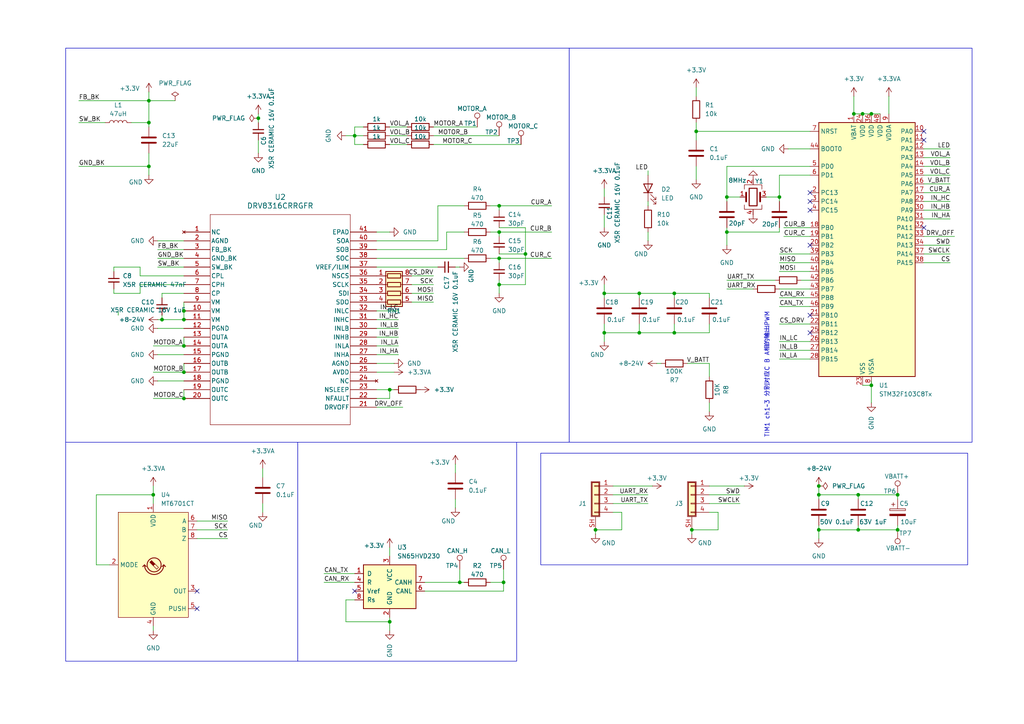
<source format=kicad_sch>
(kicad_sch (version 20231120) (generator "eeschema") (generator_version "8.0")
  (paper "A4")
  (title_block (title "F1OC -- A tiny STM32F1 based FOC controller") (date "2024-12-03") (rev "0.1"))
  (junction (at 237.49 140.97))
  (junction (at 144.78 59.69))
  (junction (at 113.03 113.03))
  (junction (at 185.42 85.09))
  (junction (at 260.35 153.67))
  (junction (at 43.18 29.21))
  (junction (at 248.92 143.51))
  (junction (at 113.03 180.34))
  (junction (at 53.34 90.17))
  (junction (at 175.26 85.09))
  (junction (at 260.35 143.51))
  (junction (at 210.82 57.15))
  (junction (at 210.82 67.31))
  (junction (at 53.34 115.57))
  (junction (at 247.65 33.02))
  (junction (at 152.4 73.66))
  (junction (at 102.87 39.37))
  (junction (at 43.18 35.56))
  (junction (at 252.73 33.02))
  (junction (at 237.49 153.67))
  (junction (at 237.49 143.51))
  (junction (at 146.05 168.91))
  (junction (at 144.78 82.55))
  (junction (at 185.42 96.52))
  (junction (at 250.19 33.02))
  (junction (at 53.34 107.95))
  (junction (at 46.99 92.71))
  (junction (at 144.78 74.93))
  (junction (at 175.26 96.52))
  (junction (at 226.06 57.15))
  (junction (at 172.72 153.67))
  (junction (at 144.78 67.31))
  (junction (at 252.73 111.76))
  (junction (at 53.34 92.71))
  (junction (at 74.93 34.29))
  (junction (at 44.45 143.51))
  (junction (at 200.66 153.67))
  (junction (at 195.58 96.52))
  (junction (at 43.18 48.26))
  (junction (at 195.58 85.09))
  (junction (at 248.92 153.67))
  (junction (at 133.35 168.91))
  (junction (at 201.93 38.1))
  (junction (at 53.34 100.33))
  (no_connect (at 234.95 55.88))
  (no_connect (at 234.95 58.42))
  (no_connect (at 267.97 40.64))
  (no_connect (at 234.95 91.44))
  (no_connect (at 267.97 66.04))
  (no_connect (at 57.15 171.45))
  (no_connect (at 234.95 71.12))
  (no_connect (at 267.97 38.1))
  (no_connect (at 234.95 96.52))
  (no_connect (at 102.87 171.45))
  (no_connect (at 57.15 176.53))
  (no_connect (at 234.95 60.96))
  (wire (pts (xy 201.93 38.1) (xy 234.95 38.1)))
  (wire (pts (xy 234.95 88.9) (xy 226.06 88.9)))
  (wire (pts (xy 46.99 85.09) (xy 53.34 85.09)))
  (wire (pts (xy 27.94 163.83) (xy 31.75 163.83)))
  (wire (pts (xy 195.58 85.09) (xy 195.58 86.36)))
  (wire (pts (xy 232.41 81.28) (xy 234.95 81.28)))
  (wire (pts (xy 45.72 77.47) (xy 53.34 77.47)))
  (wire (pts (xy 45.72 110.49) (xy 53.34 110.49)))
  (wire (pts (xy 267.97 60.96) (xy 275.59 60.96)))
  (wire (pts (xy 100.33 173.99) (xy 100.33 180.34)))
  (wire (pts (xy 144.78 66.04) (xy 152.4 66.04)))
  (wire (pts (xy 132.08 134.62) (xy 132.08 137.16)))
  (wire (pts (xy 43.18 26.67) (xy 43.18 29.21)))
  (wire (pts (xy 226.06 76.2) (xy 234.95 76.2)))
  (wire (pts (xy 109.22 77.47) (xy 127 77.47)))
  (wire (pts (xy 53.34 90.17) (xy 53.34 92.71)))
  (wire (pts (xy 234.95 68.58) (xy 227.33 68.58)))
  (wire (pts (xy 205.74 146.05) (xy 214.63 146.05)))
  (wire (pts (xy 53.34 82.55) (xy 40.64 82.55)))
  (wire (pts (xy 190.5 105.41) (xy 191.77 105.41)))
  (wire (pts (xy 201.93 48.26) (xy 201.93 52.07)))
  (wire (pts (xy 267.97 55.88) (xy 275.59 55.88)))
  (wire (pts (xy 146.05 168.91) (xy 146.05 171.45)))
  (wire (pts (xy 175.26 93.98) (xy 175.26 96.52)))
  (wire (pts (xy 237.49 143.51) (xy 237.49 144.78)))
  (wire (pts (xy 44.45 182.88) (xy 44.45 181.61)))
  (wire (pts (xy 175.26 54.61) (xy 175.26 57.15)))
  (wire (pts (xy 185.42 85.09) (xy 185.42 86.36)))
  (wire (pts (xy 175.26 99.06) (xy 175.26 96.52)))
  (wire (pts (xy 102.87 173.99) (xy 100.33 173.99)))
  (wire (pts (xy 109.22 95.25) (xy 115.57 95.25)))
  (wire (pts (xy 205.74 86.36) (xy 205.74 85.09)))
  (wire (pts (xy 74.93 34.29) (xy 74.93 35.56)))
  (wire (pts (xy 200.66 153.67) (xy 208.28 153.67)))
  (wire (pts (xy 200.66 153.67) (xy 200.66 154.94)))
  (wire (pts (xy 45.72 92.71) (xy 46.99 92.71)))
  (wire (pts (xy 144.78 74.93) (xy 144.78 76.2)))
  (wire (pts (xy 57.15 156.21) (xy 66.04 156.21)))
  (wire (pts (xy 152.4 82.55) (xy 144.78 82.55)))
  (wire (pts (xy 210.82 57.15) (xy 214.63 57.15)))
  (wire (pts (xy 195.58 93.98) (xy 195.58 96.52)))
  (wire (pts (xy 205.74 85.09) (xy 195.58 85.09)))
  (wire (pts (xy 144.78 67.31) (xy 144.78 68.58)))
  (wire (pts (xy 53.34 105.41) (xy 53.34 107.95)))
  (wire (pts (xy 45.72 69.85) (xy 53.34 69.85)))
  (wire (pts (xy 185.42 93.98) (xy 185.42 96.52)))
  (wire (pts (xy 177.8 148.59) (xy 180.34 148.59)))
  (wire (pts (xy 248.92 143.51) (xy 260.35 143.51)))
  (wire (pts (xy 237.49 143.51) (xy 248.92 143.51)))
  (wire (pts (xy 252.73 33.02) (xy 255.27 33.02)))
  (wire (pts (xy 146.05 165.1) (xy 146.05 168.91)))
  (wire (pts (xy 210.82 67.31) (xy 210.82 71.12)))
  (wire (pts (xy 118.11 39.37) (xy 113.03 39.37)))
  (wire (pts (xy 248.92 143.51) (xy 248.92 144.78)))
  (wire (pts (xy 109.22 115.57) (xy 113.03 115.57)))
  (wire (pts (xy 144.78 82.55) (xy 144.78 85.09)))
  (wire (pts (xy 102.87 168.91) (xy 93.98 168.91)))
  (wire (pts (xy 205.74 148.59) (xy 208.28 148.59)))
  (wire (pts (xy 109.22 92.71) (xy 115.57 92.71)))
  (wire (pts (xy 105.41 41.91) (xy 102.87 41.91)))
  (wire (pts (xy 76.2 146.05) (xy 76.2 148.59)))
  (wire (pts (xy 132.08 77.47) (xy 133.35 77.47)))
  (wire (pts (xy 113.03 180.34) (xy 113.03 182.88)))
  (wire (pts (xy 187.96 67.31) (xy 187.96 69.85)))
  (wire (pts (xy 132.08 144.78) (xy 132.08 147.32)))
  (wire (pts (xy 113.03 113.03) (xy 114.3 113.03)))
  (wire (pts (xy 234.95 48.26) (xy 210.82 48.26)))
  (wire (pts (xy 195.58 96.52) (xy 205.74 96.52)))
  (wire (pts (xy 34.29 90.17) (xy 34.29 91.44)))
  (wire (pts (xy 222.25 57.15) (xy 226.06 57.15)))
  (wire (pts (xy 125.73 39.37) (xy 144.78 39.37)))
  (wire (pts (xy 33.02 77.47) (xy 40.64 77.47)))
  (wire (pts (xy 226.06 78.74) (xy 234.95 78.74)))
  (wire (pts (xy 252.73 111.76) (xy 252.73 110.49)))
  (wire (pts (xy 127 69.85) (xy 127 59.69)))
  (wire (pts (xy 234.95 93.98) (xy 226.06 93.98)))
  (wire (pts (xy 205.74 140.97) (xy 215.9 140.97)))
  (wire (pts (xy 250.19 33.02) (xy 252.73 33.02)))
  (wire (pts (xy 267.97 58.42) (xy 275.59 58.42)))
  (wire (pts (xy 119.38 82.55) (xy 125.73 82.55)))
  (wire (pts (xy 40.64 77.47) (xy 40.64 80.01)))
  (wire (pts (xy 53.34 113.03) (xy 53.34 115.57)))
  (wire (pts (xy 133.35 165.1) (xy 133.35 168.91)))
  (wire (pts (xy 43.18 29.21) (xy 43.18 35.56)))
  (wire (pts (xy 226.06 57.15) (xy 226.06 58.42)))
  (wire (pts (xy 275.59 76.2) (xy 267.97 76.2)))
  (wire (pts (xy 175.26 85.09) (xy 175.26 86.36)))
  (wire (pts (xy 102.87 39.37) (xy 100.33 39.37)))
  (wire (pts (xy 44.45 115.57) (xy 53.34 115.57)))
  (wire (pts (xy 218.44 83.82) (xy 210.82 83.82)))
  (wire (pts (xy 74.93 40.64) (xy 74.93 44.45)))
  (wire (pts (xy 267.97 73.66) (xy 275.59 73.66)))
  (wire (pts (xy 172.72 153.67) (xy 172.72 154.94)))
  (wire (pts (xy 109.22 102.87) (xy 115.57 102.87)))
  (wire (pts (xy 22.86 29.21) (xy 43.18 29.21)))
  (wire (pts (xy 252.73 116.84) (xy 252.73 111.76)))
  (wire (pts (xy 260.35 143.51) (xy 260.35 144.78)))
  (wire (pts (xy 113.03 113.03) (xy 113.03 115.57)))
  (wire (pts (xy 119.38 87.63) (xy 125.73 87.63)))
  (wire (pts (xy 144.78 73.66) (xy 152.4 73.66)))
  (wire (pts (xy 44.45 107.95) (xy 53.34 107.95)))
  (wire (pts (xy 109.22 69.85) (xy 127 69.85)))
  (wire (pts (xy 226.06 83.82) (xy 234.95 83.82)))
  (wire (pts (xy 33.02 85.09) (xy 40.64 85.09)))
  (wire (pts (xy 172.72 153.67) (xy 180.34 153.67)))
  (wire (pts (xy 57.15 153.67) (xy 66.04 153.67)))
  (wire (pts (xy 123.19 171.45) (xy 146.05 171.45)))
  (wire (pts (xy 187.96 49.53) (xy 187.96 50.8)))
  (wire (pts (xy 226.06 99.06) (xy 234.95 99.06)))
  (wire (pts (xy 142.24 59.69) (xy 144.78 59.69)))
  (wire (pts (xy 177.8 146.05) (xy 187.96 146.05)))
  (wire (pts (xy 226.06 101.6) (xy 234.95 101.6)))
  (wire (pts (xy 187.96 58.42) (xy 187.96 59.69)))
  (wire (pts (xy 152.4 66.04) (xy 152.4 73.66)))
  (wire (pts (xy 175.26 62.23) (xy 175.26 66.04)))
  (wire (pts (xy 142.24 67.31) (xy 144.78 67.31)))
  (wire (pts (xy 45.72 95.25) (xy 53.34 95.25)))
  (wire (pts (xy 175.26 85.09) (xy 185.42 85.09)))
  (wire (pts (xy 76.2 135.89) (xy 76.2 138.43)))
  (wire (pts (xy 113.03 179.07) (xy 113.03 180.34)))
  (wire (pts (xy 234.95 66.04) (xy 227.33 66.04)))
  (wire (pts (xy 226.06 66.04) (xy 226.06 67.31)))
  (wire (pts (xy 118.11 36.83) (xy 113.03 36.83)))
  (wire (pts (xy 201.93 25.4) (xy 201.93 27.94)))
  (wire (pts (xy 205.74 116.84) (xy 205.74 119.38)))
  (wire (pts (xy 267.97 71.12) (xy 275.59 71.12)))
  (wire (pts (xy 50.8 29.21) (xy 43.18 29.21)))
  (wire (pts (xy 53.34 97.79) (xy 53.34 100.33)))
  (wire (pts (xy 210.82 67.31) (xy 226.06 67.31)))
  (wire (pts (xy 38.1 35.56) (xy 43.18 35.56)))
  (wire (pts (xy 109.22 100.33) (xy 115.57 100.33)))
  (wire (pts (xy 267.97 63.5) (xy 275.59 63.5)))
  (wire (pts (xy 43.18 35.56) (xy 43.18 36.83)))
  (wire (pts (xy 275.59 50.8) (xy 267.97 50.8)))
  (wire (pts (xy 210.82 48.26) (xy 210.82 57.15)))
  (wire (pts (xy 226.06 50.8) (xy 234.95 50.8)))
  (wire (pts (xy 248.92 153.67) (xy 260.35 153.67)))
  (wire (pts (xy 226.06 50.8) (xy 226.06 57.15)))
  (wire (pts (xy 109.22 90.17) (xy 115.57 90.17)))
  (wire (pts (xy 205.74 93.98) (xy 205.74 96.52)))
  (wire (pts (xy 129.54 67.31) (xy 134.62 67.31)))
  (wire (pts (xy 43.18 48.26) (xy 43.18 50.8)))
  (wire (pts (xy 133.35 168.91) (xy 134.62 168.91)))
  (wire (pts (xy 237.49 153.67) (xy 248.92 153.67)))
  (wire (pts (xy 125.73 36.83) (xy 138.43 36.83)))
  (wire (pts (xy 267.97 53.34) (xy 275.59 53.34)))
  (wire (pts (xy 208.28 148.59) (xy 208.28 153.67)))
  (wire (pts (xy 201.93 35.56) (xy 201.93 38.1)))
  (wire (pts (xy 180.34 148.59) (xy 180.34 153.67)))
  (wire (pts (xy 267.97 43.18) (xy 275.59 43.18)))
  (wire (pts (xy 250.19 111.76) (xy 252.73 111.76)))
  (wire (pts (xy 177.8 143.51) (xy 187.96 143.51)))
  (wire (pts (xy 226.06 104.14) (xy 234.95 104.14)))
  (wire (pts (xy 195.58 85.09) (xy 185.42 85.09)))
  (wire (pts (xy 109.22 107.95) (xy 114.3 107.95)))
  (wire (pts (xy 109.22 113.03) (xy 113.03 113.03)))
  (wire (pts (xy 210.82 66.04) (xy 210.82 67.31)))
  (wire (pts (xy 210.82 57.15) (xy 210.82 58.42)))
  (wire (pts (xy 237.49 140.97) (xy 237.49 143.51)))
  (wire (pts (xy 260.35 152.4) (xy 260.35 153.67)))
  (wire (pts (xy 234.95 86.36) (xy 226.06 86.36)))
  (wire (pts (xy 129.54 67.31) (xy 129.54 72.39)))
  (wire (pts (xy 27.94 143.51) (xy 44.45 143.51)))
  (wire (pts (xy 46.99 91.44) (xy 46.99 92.71)))
  (wire (pts (xy 105.41 39.37) (xy 102.87 39.37)))
  (wire (pts (xy 46.99 85.09) (xy 46.99 86.36)))
  (wire (pts (xy 74.93 33.02) (xy 74.93 34.29)))
  (wire (pts (xy 129.54 72.39) (xy 109.22 72.39)))
  (wire (pts (xy 275.59 48.26) (xy 267.97 48.26)))
  (wire (pts (xy 45.72 72.39) (xy 53.34 72.39)))
  (wire (pts (xy 57.15 151.13) (xy 66.04 151.13)))
  (wire (pts (xy 43.18 44.45) (xy 43.18 48.26)))
  (wire (pts (xy 46.99 92.71) (xy 53.34 92.71)))
  (wire (pts (xy 118.11 41.91) (xy 113.03 41.91)))
  (wire (pts (xy 144.78 67.31) (xy 160.02 67.31)))
  (wire (pts (xy 175.26 96.52) (xy 185.42 96.52)))
  (wire (pts (xy 237.49 153.67) (xy 237.49 156.21)))
  (wire (pts (xy 109.22 118.11) (xy 116.84 118.11)))
  (wire (pts (xy 142.24 74.93) (xy 144.78 74.93)))
  (wire (pts (xy 109.22 67.31) (xy 113.03 67.31)))
  (wire (pts (xy 44.45 140.97) (xy 44.45 143.51)))
  (wire (pts (xy 102.87 36.83) (xy 102.87 39.37)))
  (wire (pts (xy 177.8 140.97) (xy 189.23 140.97)))
  (wire (pts (xy 267.97 68.58) (xy 276.86 68.58)))
  (wire (pts (xy 102.87 166.37) (xy 93.98 166.37)))
  (wire (pts (xy 224.79 81.28) (xy 210.82 81.28)))
  (wire (pts (xy 22.86 48.26) (xy 43.18 48.26)))
  (wire (pts (xy 175.26 82.55) (xy 175.26 85.09)))
  (wire (pts (xy 45.72 74.93) (xy 53.34 74.93)))
  (wire (pts (xy 144.78 59.69) (xy 144.78 60.96)))
  (wire (pts (xy 33.02 77.47) (xy 33.02 78.74)))
  (wire (pts (xy 144.78 59.69) (xy 160.02 59.69)))
  (wire (pts (xy 257.81 27.94) (xy 257.81 33.02)))
  (wire (pts (xy 125.73 41.91) (xy 151.13 41.91)))
  (wire (pts (xy 247.65 33.02) (xy 250.19 33.02)))
  (wire (pts (xy 199.39 105.41) (xy 205.74 105.41)))
  (wire (pts (xy 228.6 43.18) (xy 234.95 43.18)))
  (wire (pts (xy 44.45 143.51) (xy 44.45 146.05)))
  (wire (pts (xy 40.64 80.01) (xy 53.34 80.01)))
  (wire (pts (xy 205.74 143.51) (xy 214.63 143.51)))
  (wire (pts (xy 152.4 73.66) (xy 152.4 82.55)))
  (wire (pts (xy 100.33 180.34) (xy 113.03 180.34)))
  (wire (pts (xy 53.34 87.63) (xy 53.34 90.17)))
  (wire (pts (xy 201.93 38.1) (xy 201.93 40.64)))
  (wire (pts (xy 144.78 82.55) (xy 144.78 81.28)))
  (wire (pts (xy 144.78 74.93) (xy 160.02 74.93)))
  (wire (pts (xy 105.41 36.83) (xy 102.87 36.83)))
  (wire (pts (xy 114.3 105.41) (xy 109.22 105.41)))
  (wire (pts (xy 33.02 83.82) (xy 33.02 85.09)))
  (wire (pts (xy 142.24 168.91) (xy 146.05 168.91)))
  (wire (pts (xy 267.97 45.72) (xy 275.59 45.72)))
  (wire (pts (xy 109.22 74.93) (xy 134.62 74.93)))
  (wire (pts (xy 127 59.69) (xy 134.62 59.69)))
  (wire (pts (xy 119.38 80.01) (xy 125.73 80.01)))
  (wire (pts (xy 119.38 85.09) (xy 125.73 85.09)))
  (wire (pts (xy 237.49 152.4) (xy 237.49 153.67)))
  (wire (pts (xy 22.86 35.56) (xy 30.48 35.56)))
  (wire (pts (xy 123.19 168.91) (xy 133.35 168.91)))
  (wire (pts (xy 44.45 100.33) (xy 53.34 100.33)))
  (wire (pts (xy 113.03 158.75) (xy 113.03 161.29)))
  (wire (pts (xy 205.74 105.41) (xy 205.74 109.22)))
  (wire (pts (xy 185.42 96.52) (xy 195.58 96.52)))
  (wire (pts (xy 27.94 163.83) (xy 27.94 143.51)))
  (wire (pts (xy 40.64 85.09) (xy 40.64 82.55)))
  (wire (pts (xy 226.06 73.66) (xy 234.95 73.66)))
  (wire (pts (xy 109.22 97.79) (xy 115.57 97.79)))
  (wire (pts (xy 102.87 39.37) (xy 102.87 41.91)))
  (wire (pts (xy 247.65 27.94) (xy 247.65 33.02)))
  (wire (pts (xy 45.72 102.87) (xy 53.34 102.87)))
  (wire (pts (xy 248.92 152.4) (xy 248.92 153.67)))
  (rectangle (start 19.05 128.27) (end 86.36 191.77))
  (rectangle (start 19.05 13.97) (end 165.1 128.27))
  (rectangle (start 165.1 13.97) (end 281.94 128.27))
  (rectangle (start 86.36 128.27) (end 149.86 191.77))
  (rectangle (start 156.845 131.445) (end 280.67 163.83))
  (text "TIM1 ch1~3 分别对应C B A相的输出PWM" (at 222.504 108.712 90) (effects (font (size 1.27 1.27))))
  (label "SWD" (at 275.59 71.12 180))
  (label "VOL_C" (at 113.03 41.91 0))
  (label "DRV_OFF" (at 276.86 68.58 180))
  (label "VOL_A" (at 113.03 36.83 0))
  (label "CAN_TX" (at 93.98 166.37 0))
  (label "GND_BK" (at 45.72 74.93 0))
  (label "UART_RX" (at 187.96 143.51 180))
  (label "IN_HC" (at 115.57 92.71 180))
  (label "SWCLK" (at 214.63 146.05 180))
  (label "MOSI" (at 226.06 78.74 0))
  (label "FB_BK" (at 45.72 72.39 0))
  (label "DRV_OFF" (at 116.84 118.11 180))
  (label "MOTOR_B" (at 127 39.37 0))
  (label "UART_TX" (at 187.96 146.05 180))
  (label "CAN_RX" (at 226.06 86.36 0))
  (label "IN_LC" (at 115.57 90.17 180))
  (label "CUR_A" (at 160.02 59.69 180))
  (label "FB_BK" (at 22.86 29.21 0))
  (label "V_BATT" (at 275.59 53.34 180))
  (label "MISO" (at 226.06 76.2 0))
  (label "SWCLK" (at 275.59 73.66 180))
  (label "IN_HA" (at 275.59 63.5 180))
  (label "CS_DRV" (at 125.73 80.01 180))
  (label "VOL_B" (at 275.59 48.26 180))
  (label "VOL_A" (at 275.59 45.72 180))
  (label "MOTOR_B" (at 44.45 107.95 0))
  (label "MISO" (at 66.04 151.13 180))
  (label "SCK" (at 66.04 153.67 180))
  (label "UART_RX" (at 210.82 83.82 0))
  (label "CUR_B" (at 160.02 67.31 180))
  (label "VOL_B" (at 113.03 39.37 0))
  (label "MISO" (at 125.73 87.63 180))
  (label "UART_TX" (at 210.82 81.28 0))
  (label "MOTOR_C" (at 128.27 41.91 0))
  (label "MOTOR_A" (at 44.45 100.33 0))
  (label "IN_HB" (at 275.59 60.96 180))
  (label "CUR_C" (at 227.33 68.58 0))
  (label "MOTOR_C" (at 44.45 115.57 0))
  (label "SW_BK" (at 22.86 35.56 0))
  (label "IN_LB" (at 115.57 95.25 180))
  (label "IN_HC" (at 275.59 58.42 180))
  (label "CUR_C" (at 160.02 74.93 180))
  (label "SCK" (at 226.06 73.66 0))
  (label "SW_BK" (at 45.72 77.47 0))
  (label "GND_BK" (at 22.86 48.26 0))
  (label "MOTOR_A" (at 125.73 36.83 0))
  (label "CAN_RX" (at 93.98 168.91 0))
  (label "CUR_B" (at 227.33 66.04 0))
  (label "VOL_C" (at 275.59 50.8 180))
  (label "CUR_A" (at 275.59 55.88 180))
  (label "IN_LA" (at 115.57 100.33 180))
  (label "IN_LA" (at 226.06 104.14 0))
  (label "V_BATT" (at 205.74 105.41 180))
  (label "CS" (at 275.59 76.2 180))
  (label "IN_LB" (at 226.06 101.6 0))
  (label "CS" (at 66.04 156.21 180))
  (label "CAN_TX" (at 226.06 88.9 0))
  (label "SCK" (at 125.73 82.55 180))
  (label "IN_HB" (at 115.57 97.79 180))
  (label "IN_HA" (at 115.57 102.87 180))
  (label "LED" (at 275.59 43.18 180))
  (label "SWD" (at 214.63 143.51 180))
  (label "MOSI" (at 125.73 85.09 180))
  (label "LED" (at 187.96 49.53 180))
  (label "IN_LC" (at 226.06 99.06 0))
  (label "CS_DRV" (at 226.06 93.98 0))
  (symbol (lib_id "power:GND") (at 76.2 148.59 0) (unit 1)
    (property "Reference" "#PWR026" (effects (hide yes)))
    (property "Value" "GND" (at 76.1999 152.4 0) (effects (justify right)))
    (property "Description" "Power symbol creates a global label with name \"GND\" , ground" (effects (hide yes)))
  )
  (symbol (lib_id "power:GND") (at 45.72 69.85 270) (unit 1)
    (property "Reference" "#PWR03" (effects (hide yes)))
    (property "Value" "GND" (at 41.91 69.8499 90) (effects (justify right)))
    (property "Description" "Power symbol creates a global label with name \"GND\" , ground" (effects (hide yes)))
  )
  (symbol (lib_id "power:GND") (at 237.49 156.21 0) (unit 1)
    (property "Reference" "#PWR029" (effects (hide yes)))
    (property "Value" "GND" (at 237.49 161.29 0))
    (property "Description" "Power symbol creates a global label with name \"GND\" , ground" (effects (hide yes)))
  )
  (symbol (lib_id "power:GND") (at 133.35 77.47 90) (unit 1)
    (property "Reference" "#PWR035" (effects (hide yes)))
    (property "Value" "GND" (at 136.652 77.978 0) (effects (justify right)))
    (property "Description" "Power symbol creates a global label with name \"GND\" , ground" (effects (hide yes)))
  )
  (symbol (lib_id "Device:R") (at 222.25 83.82 270) (mirror x) (unit 1)
    (property "Reference" "R3" (effects (hide yes)))
    (property "Value" "100" (effects (hide yes)))
    (property "Footprint" "Resistor_SMD:R_0603_1608Metric" (effects (hide yes)))
    (property "Description" "Resistor" (effects (hide yes)))
  )
  (symbol (lib_id "power:+3.3V") (at 215.9 140.97 270) (unit 1)
    (property "Reference" "#PWR045" (effects (hide yes)))
    (property "Value" "+3.3V" (at 217.17 138.684 90))
    (property "Description" "Power symbol creates a global label with name \"+3.3V\"" (effects (hide yes)))
  )
  (symbol (lib_id "power:+3.3VA") (at 114.3 107.95 270) (unit 1)
    (property "Reference" "#PWR027" (effects (hide yes)))
    (property "Value" "+3.3VA" (at 118.11 107.9499 90) (effects (justify left)))
    (property "Description" "Power symbol creates a global label with name \"+3.3VA\"" (effects (hide yes)))
  )
  (symbol (lib_id "Device:R") (at 205.74 113.03 0) (unit 1)
    (property "Reference" "R8" (at 210.566 113.03 90))
    (property "Value" "10K" (at 208.026 113.03 90))
    (property "Footprint" "Resistor_SMD:R_0603_1608Metric" (effects (hide yes)))
    (property "Description" "Resistor" (effects (hide yes)))
  )
  (symbol (lib_id "MCU_ST_STM32F1:STM32F103C8Tx") (at 250.19 73.66 0) (unit 1)
    (property "Reference" "U1" (at 254.9241 111.76 0) (effects (justify left)))
    (property "Value" "STM32F103C8Tx" (at 254.9241 114.3 0) (effects (justify left)))
    (property "Footprint" "Package_QFP:LQFP-48_7x7mm_P0.5mm" (effects (hide yes)))
    (property "Datasheet" "https://www.st.com/resource/en/datasheet/stm32f103c8.pdf" (effects (hide yes)))
    (property "Description" "STMicroelectronics Arm Cortex-M3 MCU, 64KB flash, 20KB RAM, 72 MHz, 2.0-3.6V, 37 GPIO, LQFP48" (effects (hide yes)))
  )
  (symbol (lib_id "Connector:TestPoint") (at 144.78 39.37 0) (unit 1)
    (property "Reference" "TP2" (at 140.716 38.354 0) (effects (justify left)))
    (property "Value" "MOTOR_B" (at 140.97 34.036 0) (effects (justify left)))
    (property "Footprint" "TestPoint:TestPoint_Pad_D1.0mm" (effects (hide yes)))
    (property "Description" "test point" (effects (hide yes)))
  )
  (symbol (lib_id "Device:R") (at 138.43 59.69 90) (unit 1)
    (property "Reference" "R4" (at 138.43 54.864 90))
    (property "Value" "470" (at 138.43 57.404 90))
    (property "Footprint" "Resistor_SMD:R_0603_1608Metric" (effects (hide yes)))
    (property "Description" "Resistor" (effects (hide yes)))
  )
  (symbol (lib_id "Device:C_Small") (at 144.78 63.5 0) (unit 1)
    (property "Reference" "C14" (at 147.32 62.2362 0) (effects (justify left)))
    (property "Value" "30pF" (at 147.32 64.7762 0) (effects (justify left)))
    (property "Footprint" "Capacitor_SMD:C_0603_1608Metric" (effects (hide yes)))
    (property "Description" "Unpolarized capacitor, small symbol" (effects (hide yes)))
  )
  (symbol (lib_id "Device:C") (at 185.42 90.17 0) (unit 1)
    (property "Reference" "C19" (at 185.674 87.63 0) (effects (justify left)))
    (property "Value" "0.1uF" (at 186.182 92.71 0) (effects (justify left)))
    (property "Footprint" "Capacitor_SMD:C_0603_1608Metric" (effects (hide yes)))
    (property "Description" "Unpolarized capacitor" (effects (hide yes)))
  )
  (symbol (lib_id "Device:C_Polarized") (at 260.35 148.59 0) (unit 1)
    (property "Reference" "C5" (at 260.858 146.05 0) (effects (justify left)))
    (property "Value" "10uF" (at 261.112 151.384 0) (effects (justify left)))
    (property "Footprint" "Capacitor_SMD:C_1210_3225Metric" (effects (hide yes)))
    (property "Description" "Polarized capacitor" (effects (hide yes)))
  )
  (symbol (lib_id "Device:LED") (at 187.96 54.61 90) (unit 1)
    (property "Reference" "D2" (at 191.77 54.9274 90) (effects (justify right)))
    (property "Value" "LED" (at 191.77 57.4674 90) (effects (justify right)))
    (property "Footprint" "LED_SMD:LED_0603_1608Metric" (effects (hide yes)))
    (property "Description" "Light emitting diode" (effects (hide yes)))
  )
  (symbol (lib_id "power:+3.3VA") (at 74.93 33.02 0) (unit 1)
    (property "Reference" "#PWR023" (effects (hide yes)))
    (property "Value" "+3.3VA" (at 74.93 27.94 0))
    (property "Description" "Power symbol creates a global label with name \"+3.3VA\"" (effects (hide yes)))
  )
  (symbol (lib_id "power:GND") (at 210.82 71.12 0) (unit 1)
    (property "Reference" "#PWR015" (effects (hide yes)))
    (property "Value" "GND" (at 210.82 76.2 0))
    (property "Description" "Power symbol creates a global label with name \"GND\" , ground" (effects (hide yes)))
  )
  (symbol (lib_id "power:+3.3VA") (at 44.45 140.97 0) (unit 1)
    (property "Reference" "#PWR013" (effects (hide yes)))
    (property "Value" "+3.3VA" (at 44.45 135.89 0))
    (property "Description" "Power symbol creates a global label with name \"+3.3VA\"" (effects (hide yes)))
  )
  (symbol (lib_id "Device:C") (at 175.26 90.17 0) (unit 1)
    (property "Reference" "C18" (at 175.514 87.63 0) (effects (justify left)))
    (property "Value" "0.1uF" (at 176.022 92.71 0) (effects (justify left)))
    (property "Footprint" "Capacitor_SMD:C_0603_1608Metric" (effects (hide yes)))
    (property "Description" "Unpolarized capacitor" (effects (hide yes)))
  )
  (symbol (lib_id "power:GND") (at 44.45 182.88 0) (unit 1)
    (property "Reference" "#PWR014" (effects (hide yes)))
    (property "Value" "GND" (at 44.45 187.96 0))
    (property "Description" "Power symbol creates a global label with name \"GND\" , ground" (effects (hide yes)))
  )
  (symbol (lib_id "power:+3.3VA") (at 257.81 27.94 0) (unit 1)
    (property "Reference" "#PWR010" (effects (hide yes)))
    (property "Value" "+3.3VA" (at 257.81 22.86 0))
    (property "Description" "Power symbol creates a global label with name \"+3.3VA\"" (effects (hide yes)))
  )
  (symbol (lib_id "Device:R") (at 138.43 168.91 90) (unit 1)
    (property "Reference" "R2" (at 138.43 164.084 90))
    (property "Value" "470" (at 138.43 166.624 90))
    (property "Footprint" "Resistor_SMD:R_0603_1608Metric" (effects (hide yes)))
    (property "Description" "Resistor" (effects (hide yes)))
  )
  (symbol (lib_id "power:GND") (at 45.72 95.25 270) (unit 1)
    (property "Reference" "#PWR07" (effects (hide yes)))
    (property "Value" "GND" (at 41.91 95.2499 90) (effects (justify right)))
    (property "Description" "Power symbol creates a global label with name \"GND\" , ground" (effects (hide yes)))
  )
  (symbol (lib_id "power:+3.3VA") (at 76.2 135.89 0) (unit 1)
    (property "Reference" "#PWR025" (effects (hide yes)))
    (property "Value" "+3.3VA" (at 76.2 130.81 0))
    (property "Description" "Power symbol creates a global label with name \"+3.3VA\"" (effects (hide yes)))
  )
  (symbol (lib_id "power:GND") (at 45.72 110.49 270) (unit 1)
    (property "Reference" "#PWR06" (effects (hide yes)))
    (property "Value" "GND" (at 41.91 110.4899 90) (effects (justify right)))
    (property "Description" "Power symbol creates a global label with name \"GND\" , ground" (effects (hide yes)))
  )
  (symbol (lib_id "Device:R") (at 138.43 74.93 90) (unit 1)
    (property "Reference" "R6" (at 138.43 70.104 90))
    (property "Value" "470" (at 138.43 72.644 90))
    (property "Footprint" "Resistor_SMD:R_0603_1608Metric" (effects (hide yes)))
    (property "Description" "Resistor" (effects (hide yes)))
  )
  (symbol (lib_id "power:+3.3V") (at 43.18 26.67 0) (unit 1)
    (property "Reference" "#PWR033" (effects (hide yes)))
    (property "Value" "+3.3V" (at 37.592 25.654 0))
    (property "Description" "Power symbol creates a global label with name \"+3.3V\"" (effects (hide yes)))
  )
  (symbol (lib_id "power:GND") (at 144.78 85.09 0) (unit 1)
    (property "Reference" "#PWR034" (effects (hide yes)))
    (property "Value" "GND" (at 144.78 90.17 0))
    (property "Description" "Power symbol creates a global label with name \"GND\" , ground" (effects (hide yes)))
  )
  (symbol (lib_id "Device:R") (at 109.22 36.83 90) (unit 1)
    (property "Reference" "R12" (effects (hide yes)))
    (property "Value" "1k" (at 109.22 34.544 90))
    (property "Footprint" "Resistor_SMD:R_0603_1608Metric" (effects (hide yes)))
    (property "Description" "Resistor" (effects (hide yes)))
  )
  (symbol (lib_id "power:GND") (at 175.26 66.04 0) (unit 1)
    (property "Reference" "#PWR049" (effects (hide yes)))
    (property "Value" "GND" (at 175.26 71.12 0))
    (property "Description" "Power symbol creates a global label with name \"GND\" , ground" (effects (hide yes)))
  )
  (symbol (lib_id "power:+3.3V") (at 247.65 27.94 0) (unit 1)
    (property "Reference" "#PWR011" (effects (hide yes)))
    (property "Value" "+3.3V" (at 247.65 22.86 0))
    (property "Description" "Power symbol creates a global label with name \"+3.3V\"" (effects (hide yes)))
  )
  (symbol (lib_id "power:+3.3V") (at 201.93 25.4 0) (unit 1)
    (property "Reference" "#PWR01" (effects (hide yes)))
    (property "Value" "+3.3V" (at 201.93 20.32 0))
    (property "Description" "Power symbol creates a global label with name \"+3.3V\"" (effects (hide yes)))
  )
  (symbol (lib_id "Device:R") (at 187.96 63.5 0) (unit 1)
    (property "Reference" "R10" (at 190.5 62.2299 0) (effects (justify left)))
    (property "Value" "10k" (at 190.5 64.7699 0) (effects (justify left)))
    (property "Footprint" "Resistor_SMD:R_0603_1608Metric" (effects (hide yes)))
    (property "Description" "Resistor" (effects (hide yes)))
  )
  (symbol (lib_id "Connector:TestPoint") (at 260.35 153.67 180) (unit 1)
    (property "Reference" "TP7" (at 264.414 154.686 0) (effects (justify left)))
    (property "Value" "VBATT-" (at 264.16 159.004 0) (effects (justify left)))
    (property "Footprint" "TestPoint:TestPoint_Pad_D1.0mm" (effects (hide yes)))
    (property "Description" "test point" (effects (hide yes)))
  )
  (symbol (lib_id "Device:C") (at 201.93 44.45 0) (unit 1)
    (property "Reference" "C1" (at 205.74 43.1799 0) (effects (justify left)))
    (property "Value" "0.1uF" (at 205.74 45.7199 0) (effects (justify left)))
    (property "Footprint" "Capacitor_SMD:C_0603_1608Metric" (effects (hide yes)))
    (property "Description" "Unpolarized capacitor" (effects (hide yes)))
  )
  (symbol (lib_id "power:+3.3VA") (at 175.26 54.61 0) (unit 1)
    (property "Reference" "#PWR048" (effects (hide yes)))
    (property "Value" "+3.3VA" (at 175.26 49.53 0))
    (property "Description" "Power symbol creates a global label with name \"+3.3VA\"" (effects (hide yes)))
  )
  (symbol (lib_id "Connector:TestPoint") (at 138.43 36.83 0) (unit 1)
    (property "Reference" "TP1" (at 134.62 35.814 0) (effects (justify left)))
    (property "Value" "MOTOR_A" (at 132.588 31.496 0) (effects (justify left)))
    (property "Footprint" "TestPoint:TestPoint_Pad_D1.0mm" (effects (hide yes)))
    (property "Description" "test point" (effects (hide yes)))
  )
  (symbol (lib_id "power:+3.3V") (at 175.26 82.55 0) (unit 1)
    (property "Reference" "#PWR039" (effects (hide yes)))
    (property "Value" "+3.3V" (at 170.688 82.042 0))
    (property "Description" "Power symbol creates a global label with name \"+3.3V\"" (effects (hide yes)))
  )
  (symbol (lib_id "Device:C") (at 237.49 148.59 0) (unit 1)
    (property "Reference" "C9" (at 237.998 146.05 0) (effects (justify left)))
    (property "Value" "50V 0.1uF" (at 237.744 151.384 0) (effects (justify left)))
    (property "Footprint" "Capacitor_SMD:C_0603_1608Metric" (effects (hide yes)))
    (property "Description" "Unpolarized capacitor" (effects (hide yes)))
  )
  (symbol (lib_id "power:GND") (at 187.96 69.85 0) (unit 1)
    (property "Reference" "#PWR041" (effects (hide yes)))
    (property "Value" "GND" (at 187.9599 73.66 0) (effects (justify right)))
    (property "Description" "Power symbol creates a global label with name \"GND\" , ground" (effects (hide yes)))
  )
  (symbol (lib_id "Device:C_Small") (at 129.54 77.47 90) (unit 1)
    (property "Reference" "C17" (at 129.54 82.042 0))
    (property "Value" "X5R CERAMIC 16V 0.1uF" (at 132.08 90.424 0))
    (property "Footprint" "Capacitor_SMD:C_0603_1608Metric" (effects (hide yes)))
    (property "Description" "Unpolarized capacitor, small symbol" (effects (hide yes)))
  )
  (symbol (lib_id "DRV8316C:DRV8316CRRGFR") (at 53.34 67.31 0) (unit 1)
    (property "Reference" "U2" (at 81.28 57.15 0) (effects (font (size 1.524 1.524))))
    (property "Value" "DRV8316CRRGFR" (at 81.28 59.69 0) (effects (font (size 1.524 1.524))))
    (property "Footprint" "footprints:DRV8316C" (effects (hide yes)))
    (property "Datasheet" "DRV8316CRRGFR" (effects (hide yes)))
  )
  (symbol (lib_id "power:GND") (at 43.18 50.8 0) (unit 1)
    (property "Reference" "#PWR032" (effects (hide yes)))
    (property "Value" "GND" (at 39.37 52.832 0))
    (property "Description" "Power symbol creates a global label with name \"GND\" , ground" (effects (hide yes)))
  )
  (symbol (lib_id "power:GND") (at 201.93 52.07 0) (unit 1)
    (property "Reference" "#PWR02" (effects (hide yes)))
    (property "Value" "GND" (at 201.93 57.15 0))
    (property "Description" "Power symbol creates a global label with name \"GND\" , ground" (effects (hide yes)))
  )
  (symbol (lib_id "Connector:TestPoint") (at 146.05 165.1 0) (unit 1)
    (property "Reference" "TP5" (at 141.986 164.084 0) (effects (justify left)))
    (property "Value" "CAN_L" (at 142.24 159.766 0) (effects (justify left)))
    (property "Footprint" "TestPoint:TestPoint_Pad_D1.0mm" (effects (hide yes)))
    (property "Description" "test point" (effects (hide yes)))
  )
  (symbol (lib_id "Device:R") (at 109.22 41.91 90) (unit 1)
    (property "Reference" "R16" (effects (hide yes)))
    (property "Value" "1k" (at 109.22 39.624 90))
    (property "Footprint" "Resistor_SMD:R_0603_1608Metric" (effects (hide yes)))
    (property "Description" "Resistor" (effects (hide yes)))
  )
  (symbol (lib_id "power:GND") (at 132.08 147.32 0) (unit 1)
    (property "Reference" "#PWR022" (effects (hide yes)))
    (property "Value" "GND" (at 132.0799 151.13 0) (effects (justify right)))
    (property "Description" "Power symbol creates a global label with name \"GND\" , ground" (effects (hide yes)))
  )
  (symbol (lib_id "power:GND") (at 113.03 182.88 0) (unit 1)
    (property "Reference" "#PWR018" (effects (hide yes)))
    (property "Value" "GND" (at 113.0299 186.69 90) (effects (justify right)))
    (property "Description" "Power symbol creates a global label with name \"GND\" , ground" (effects (hide yes)))
  )
  (symbol (lib_id "Device:C_Small") (at 175.26 59.69 0) (unit 1)
    (property "Reference" "C11" (at 176.784 63.754 90) (effects (justify left)))
    (property "Value" "X5R CERAMIC 16V 0.1uF" (at 179.07 70.612 90) (effects (justify left)))
    (property "Footprint" "Capacitor_SMD:C_0603_1608Metric" (effects (hide yes)))
    (property "Description" "Unpolarized capacitor, small symbol" (effects (hide yes)))
  )
  (symbol (lib_id "Device:R") (at 195.58 105.41 270) (unit 1)
    (property "Reference" "R7" (at 195.58 110.236 90))
    (property "Value" "100K" (at 195.58 107.696 90))
    (property "Footprint" "Resistor_SMD:R_0603_1608Metric" (effects (hide yes)))
    (property "Description" "Resistor" (effects (hide yes)))
  )
  (symbol (lib_id "power:+3.3V") (at 121.92 113.03 270) (unit 1)
    (property "Reference" "#PWR046" (effects (hide yes)))
    (property "Value" "+3.3V" (at 128.778 113.03 90))
    (property "Description" "Power symbol creates a global label with name \"+3.3V\"" (effects (hide yes)))
  )
  (symbol (lib_id "power:GND") (at 175.26 99.06 0) (unit 1)
    (property "Reference" "#PWR040" (effects (hide yes)))
    (property "Value" "GND" (at 175.2599 102.87 0) (effects (justify right)))
    (property "Description" "Power symbol creates a global label with name \"GND\" , ground" (effects (hide yes)))
  )
  (symbol (lib_id "Device:C") (at 76.2 142.24 0) (unit 1)
    (property "Reference" "C7" (at 80.01 140.9699 0) (effects (justify left)))
    (property "Value" "0.1uF" (at 80.01 143.5099 0) (effects (justify left)))
    (property "Footprint" "Capacitor_SMD:C_0603_1608Metric" (effects (hide yes)))
    (property "Description" "Unpolarized capacitor" (effects (hide yes)))
  )
  (symbol (lib_id "power:GND") (at 228.6 43.18 270) (unit 1)
    (property "Reference" "#PWR09" (effects (hide yes)))
    (property "Value" "GND" (at 224.79 43.1799 90) (effects (justify right)))
    (property "Description" "Power symbol creates a global label with name \"GND\" , ground" (effects (hide yes)))
  )
  (symbol (lib_id "Device:R") (at 138.43 67.31 90) (unit 1)
    (property "Reference" "R5" (at 138.43 62.484 90))
    (property "Value" "470" (at 138.43 65.024 90))
    (property "Footprint" "Resistor_SMD:R_0603_1608Metric" (effects (hide yes)))
    (property "Description" "Resistor" (effects (hide yes)))
  )
  (symbol (lib_id "power:GND") (at 172.72 154.94 0) (unit 1)
    (property "Reference" "#PWR043" (effects (hide yes)))
    (property "Value" "GND" (at 178.562 157.48 0) (effects (justify right)))
    (property "Description" "Power symbol creates a global label with name \"GND\" , ground" (effects (hide yes)))
  )
  (symbol (lib_id "Device:R") (at 121.92 39.37 90) (unit 1)
    (property "Reference" "R13" (effects (hide yes)))
    (property "Value" "10k" (at 121.92 37.084 90))
    (property "Footprint" "Resistor_SMD:R_0603_1608Metric" (effects (hide yes)))
    (property "Description" "Resistor" (effects (hide yes)))
  )
  (symbol (lib_id "Device:R") (at 109.22 39.37 90) (unit 1)
    (property "Reference" "R14" (effects (hide yes)))
    (property "Value" "1k" (at 109.22 37.084 90))
    (property "Footprint" "Resistor_SMD:R_0603_1608Metric" (effects (hide yes)))
    (property "Description" "Resistor" (effects (hide yes)))
  )
  (symbol (lib_id "Device:R") (at 121.92 41.91 90) (unit 1)
    (property "Reference" "R15" (effects (hide yes)))
    (property "Value" "10k" (at 121.92 39.624 90))
    (property "Footprint" "Resistor_SMD:R_0603_1608Metric" (effects (hide yes)))
    (property "Description" "Resistor" (effects (hide yes)))
  )
  (symbol (lib_id "power:GND") (at 252.73 116.84 0) (unit 1)
    (property "Reference" "#PWR012" (effects (hide yes)))
    (property "Value" "GND" (at 252.7299 120.65 90) (effects (justify right)))
    (property "Description" "Power symbol creates a global label with name \"GND\" , ground" (effects (hide yes)))
  )
  (symbol (lib_id "power:+12V") (at 190.5 105.41 90) (unit 1)
    (property "Reference" "#PWR037" (effects (hide yes)))
    (property "Value" "+8~24V" (at 186.69 105.4099 90) (effects (justify left)))
    (property "Description" "Power symbol creates a global label with name \"+12V\"" (effects (hide yes)))
  )
  (symbol (lib_id "Device:R") (at 121.92 36.83 90) (unit 1)
    (property "Reference" "R9" (effects (hide yes)))
    (property "Value" "10k" (at 121.92 34.544 90))
    (property "Footprint" "Resistor_SMD:R_0603_1608Metric" (effects (hide yes)))
    (property "Description" "Resistor" (effects (hide yes)))
  )
  (symbol (lib_id "Connector:TestPoint") (at 133.35 165.1 0) (unit 1)
    (property "Reference" "TP4" (at 129.286 164.084 0) (effects (justify left)))
    (property "Value" "CAN_H" (at 129.54 159.766 0) (effects (justify left)))
    (property "Footprint" "TestPoint:TestPoint_Pad_D1.0mm" (effects (hide yes)))
    (property "Description" "test point" (effects (hide yes)))
  )
  (symbol (lib_id "Device:R") (at 118.11 113.03 90) (unit 1)
    (property "Reference" "R17" (effects (hide yes)))
    (property "Value" "10k" (effects (hide yes)))
    (property "Footprint" "Resistor_SMD:R_0603_1608Metric" (effects (hide yes)))
    (property "Description" "Resistor" (effects (hide yes)))
  )
  (symbol (lib_id "Device:C") (at 195.58 90.17 0) (unit 1)
    (property "Reference" "C20" (at 195.834 87.63 0) (effects (justify left)))
    (property "Value" "0.1uF" (at 196.342 92.71 0) (effects (justify left)))
    (property "Footprint" "Capacitor_SMD:C_0603_1608Metric" (effects (hide yes)))
    (property "Description" "Unpolarized capacitor" (effects (hide yes)))
  )
  (symbol (lib_id "power:GND") (at 205.74 119.38 0) (unit 1)
    (property "Reference" "#PWR038" (effects (hide yes)))
    (property "Value" "GND" (at 205.74 124.46 0))
    (property "Description" "Power symbol creates a global label with name \"GND\" , ground" (effects (hide yes)))
  )
  (symbol (lib_id "Connector_Generic_Shielded:Conn_01x04_Shielded") (at 200.66 143.51 0) (mirror y) (unit 1)
    (property "Reference" "J3" (at 198.12 146.0501 0) (effects (justify left)))
    (property "Value" "Conn_01x04_Shielded" (effects (hide yes)))
    (property "Footprint" "Connector_JST:JST_GH_SM04B-GHS-TB_1x04-1MP_P1.25mm_Horizontal" (effects (hide yes)))
    (property "Description" "Generic shielded connector, single row, 01x04, script generated (kicad-library-utils/schlib/autogen/connector/)" (effects (hide yes)))
  )
  (symbol (lib_id "power:+12V") (at 45.72 92.71 90) (unit 1)
    (property "Reference" "#PWR028" (effects (hide yes)))
    (property "Value" "+8~24V" (at 41.91 92.7099 90) (effects (justify left)))
    (property "Description" "Power symbol creates a global label with name \"+12V\"" (effects (hide yes)))
  )
  (symbol (lib_id "power:PWR_FLAG") (at 237.49 140.97 270) (unit 1)
    (property "Reference" "#FLG01" (effects (hide yes)))
    (property "Value" "PWR_FLAG" (at 241.3 140.9699 90) (effects (justify left)))
    (property "Description" "Special symbol for telling ERC where power comes from" (effects (hide yes)))
  )
  (symbol (lib_id "Interface_CAN_LIN:SN65HVD230") (at 113.03 168.91 0) (unit 1)
    (property "Reference" "U3" (at 115.2241 158.75 0) (effects (justify left)))
    (property "Value" "SN65HVD230" (at 115.2241 161.29 0) (effects (justify left)))
    (property "Footprint" "Package_SO:SOIC-8_3.9x4.9mm_P1.27mm" (effects (hide yes)))
    (property "Datasheet" "http://www.ti.com/lit/ds/symlink/sn65hvd230.pdf" (effects (hide yes)))
    (property "Description" "CAN Bus Transceivers, 3.3V, 1Mbps, Low-Power capabilities, SOIC-8" (effects (hide yes)))
  )
  (symbol (lib_id "power:GND") (at 218.44 52.07 180) (unit 1)
    (property "Reference" "#PWR017" (effects (hide yes)))
    (property "Value" "GND" (effects (hide yes)))
    (property "Description" "Power symbol creates a global label with name \"GND\" , ground" (effects (hide yes)))
  )
  (symbol (lib_id "Sensor_Magnetic:MT6701CT") (at 44.45 163.83 0) (unit 1)
    (property "Reference" "U4" (at 46.6441 143.51 0) (effects (justify left)))
    (property "Value" "MT6701CT" (at 46.6441 146.05 0) (effects (justify left)))
    (property "Footprint" "Package_SO:SO-8_3.9x4.9mm_P1.27mm" (effects (hide yes)))
    (property "Datasheet" "https://www.magntek.com.cn/upload/MT6701_Rev.1.5.pdf" (effects (hide yes)))
    (property "Description" "Hall Based Angle Position Encoder Sensor, I2C, SSI, ABZ & UVW interfaces, 3.3..5V supply, SOIC-8" (effects (hide yes)))
  )
  (symbol (lib_id "power:+3.3V") (at 189.23 140.97 270) (unit 1)
    (property "Reference" "#PWR042" (effects (hide yes)))
    (property "Value" "+3.3V" (at 190.5 138.684 90))
    (property "Description" "Power symbol creates a global label with name \"+3.3V\"" (effects (hide yes)))
  )
  (symbol (lib_id "Device:C") (at 205.74 90.17 0) (unit 1)
    (property "Reference" "C21" (at 205.994 87.63 0) (effects (justify left)))
    (property "Value" "0.1uF" (at 206.502 92.71 0) (effects (justify left)))
    (property "Footprint" "Capacitor_SMD:C_0603_1608Metric" (effects (hide yes)))
    (property "Description" "Unpolarized capacitor" (effects (hide yes)))
  )
  (symbol (lib_id "Device:C_Small") (at 144.78 78.74 0) (unit 1)
    (property "Reference" "C16" (at 147.32 77.4762 0) (effects (justify left)))
    (property "Value" "30pF" (at 147.32 80.0162 0) (effects (justify left)))
    (property "Footprint" "Capacitor_SMD:C_0603_1608Metric" (effects (hide yes)))
    (property "Description" "Unpolarized capacitor, small symbol" (effects (hide yes)))
  )
  (symbol (lib_id "Device:C") (at 226.06 62.23 0) (unit 1)
    (property "Reference" "C3" (effects (hide yes)))
    (property "Value" "20pF" (at 220.98 65.024 0) (effects (justify left)))
    (property "Footprint" "Capacitor_SMD:C_0603_1608Metric" (effects (hide yes)))
    (property "Description" "Unpolarized capacitor" (effects (hide yes)))
  )
  (symbol (lib_id "Connector:TestPoint") (at 151.13 41.91 0) (unit 1)
    (property "Reference" "TP3" (at 147.066 40.894 0) (effects (justify left)))
    (property "Value" "MOTOR_C" (at 147.32 36.576 0) (effects (justify left)))
    (property "Footprint" "TestPoint:TestPoint_Pad_D1.0mm" (effects (hide yes)))
    (property "Description" "test point" (effects (hide yes)))
  )
  (symbol (lib_id "Device:C_Small") (at 144.78 71.12 0) (unit 1)
    (property "Reference" "C15" (at 147.32 69.8562 0) (effects (justify left)))
    (property "Value" "30pF" (at 147.32 72.3962 0) (effects (justify left)))
    (property "Footprint" "Capacitor_SMD:C_0603_1608Metric" (effects (hide yes)))
    (property "Description" "Unpolarized capacitor, small symbol" (effects (hide yes)))
  )
  (symbol (lib_id "Device:C_Small") (at 74.93 38.1 0) (unit 1)
    (property "Reference" "C6" (at 76.454 42.164 90) (effects (justify left)))
    (property "Value" "X5R CERAMIC 16V 0.1uF" (at 78.74 49.022 90) (effects (justify left)))
    (property "Footprint" "Capacitor_SMD:C_0603_1608Metric" (effects (hide yes)))
    (property "Description" "Unpolarized capacitor, small symbol" (effects (hide yes)))
  )
  (symbol (lib_id "power:GND") (at 114.3 105.41 90) (unit 1)
    (property "Reference" "#PWR04" (effects (hide yes)))
    (property "Value" "GND" (at 118.11 105.4101 90) (effects (justify right)))
    (property "Description" "Power symbol creates a global label with name \"GND\" , ground" (effects (hide yes)))
  )
  (symbol (lib_id "power:GND") (at 218.44 62.23 0) (unit 1)
    (property "Reference" "#PWR016" (effects (hide yes)))
    (property "Value" "GND" (effects (hide yes)))
    (property "Description" "Power symbol creates a global label with name \"GND\" , ground" (effects (hide yes)))
  )
  (symbol (lib_id "Device:C") (at 210.82 62.23 0) (unit 1)
    (property "Reference" "C2" (effects (hide yes)))
    (property "Value" "20pF" (at 211.328 64.77 0) (effects (justify left)))
    (property "Footprint" "Capacitor_SMD:C_0603_1608Metric" (effects (hide yes)))
    (property "Description" "Unpolarized capacitor" (effects (hide yes)))
  )
  (symbol (lib_id "power:+3.3V") (at 132.08 134.62 0) (unit 1)
    (property "Reference" "#PWR021" (effects (hide yes)))
    (property "Value" "+3.3V" (at 127.508 134.112 0))
    (property "Description" "Power symbol creates a global label with name \"+3.3V\"" (effects (hide yes)))
  )
  (symbol (lib_id "Device:Crystal_GND24") (at 218.44 57.15 0) (unit 1)
    (property "Reference" "Y1" (at 220.218 52.578 0))
    (property "Value" "8MHz" (at 213.868 52.324 0))
    (property "Footprint" "Crystal:Crystal_SMD_3225-4Pin_3.2x2.5mm" (effects (hide yes)))
    (property "Description" "Four pin crystal, GND on pins 2 and 4" (effects (hide yes)))
  )
  (symbol (lib_id "power:+3.3V") (at 113.03 158.75 0) (unit 1)
    (property "Reference" "#PWR019" (effects (hide yes)))
    (property "Value" "+3.3V" (at 108.458 158.242 0))
    (property "Description" "Power symbol creates a global label with name \"+3.3V\"" (effects (hide yes)))
  )
  (symbol (lib_id "power:+12V") (at 237.49 140.97 0) (unit 1)
    (property "Reference" "#PWR08" (effects (hide yes)))
    (property "Value" "+8~24V" (at 237.49 135.89 0))
    (property "Description" "Power symbol creates a global label with name \"+12V\"" (effects (hide yes)))
  )
  (symbol (lib_id "power:PWR_FLAG") (at 50.8 29.21 0) (unit 1)
    (property "Reference" "#FLG02" (effects (hide yes)))
    (property "Value" "PWR_FLAG" (at 50.8 24.13 0))
    (property "Description" "Special symbol for telling ERC where power comes from" (effects (hide yes)))
  )
  (symbol (lib_id "power:PWR_FLAG") (at 74.93 34.29 90) (unit 1)
    (property "Reference" "#FLG03" (effects (hide yes)))
    (property "Value" "PWR_FLAG" (at 71.12 34.2899 90) (effects (justify left)))
    (property "Description" "Special symbol for telling ERC where power comes from" (effects (hide yes)))
  )
  (symbol (lib_id "Device:C_Small") (at 46.99 88.9 0) (unit 1)
    (property "Reference" "C10" (at 40.894 87.63 0) (effects (justify left)))
    (property "Value" "X5R CERAMIC 16V 1uF" (at 32.004 89.916 0) (effects (justify left)))
    (property "Footprint" "Capacitor_SMD:C_0603_1608Metric" (effects (hide yes)))
    (property "Description" "Unpolarized capacitor, small symbol" (effects (hide yes)))
  )
  (symbol (lib_id "Device:R") (at 228.6 81.28 270) (mirror x) (unit 1)
    (property "Reference" "R11" (effects (hide yes)))
    (property "Value" "100" (effects (hide yes)))
    (property "Footprint" "Resistor_SMD:R_0603_1608Metric" (effects (hide yes)))
    (property "Description" "Resistor" (effects (hide yes)))
  )
  (symbol (lib_id "Device:L") (at 34.29 35.56 90) (unit 1)
    (property "Reference" "L1" (at 34.29 30.48 90))
    (property "Value" "47uH" (at 34.29 33.02 90))
    (property "Footprint" "Inductor_SMD:L_Chilisin_BMRx00060630" (effects (hide yes)))
    (property "Description" "Inductor" (effects (hide yes)))
  )
  (symbol (lib_id "Device:R") (at 201.93 31.75 0) (unit 1)
    (property "Reference" "R1" (at 204.47 30.4799 0) (effects (justify left)))
    (property "Value" "10k" (at 204.47 33.0199 0) (effects (justify left)))
    (property "Footprint" "Resistor_SMD:R_0603_1608Metric" (effects (hide yes)))
    (property "Description" "Resistor" (effects (hide yes)))
  )
  (symbol (lib_id "power:GND") (at 200.66 154.94 0) (unit 1)
    (property "Reference" "#PWR044" (effects (hide yes)))
    (property "Value" "GND" (at 206.502 157.48 0) (effects (justify right)))
    (property "Description" "Power symbol creates a global label with name \"GND\" , ground" (effects (hide yes)))
  )
  (symbol (lib_id "power:GND") (at 100.33 39.37 270) (unit 1)
    (property "Reference" "#PWR020" (effects (hide yes)))
    (property "Value" "GND" (at 95.25 39.37 0))
    (property "Description" "Power symbol creates a global label with name \"GND\" , ground" (effects (hide yes)))
  )
  (symbol (lib_id "Device:C") (at 248.92 148.59 0) (unit 1)
    (property "Reference" "C12" (at 249.428 146.05 0) (effects (justify left)))
    (property "Value" "63V 1uF" (at 249.174 151.384 0) (effects (justify left)))
    (property "Footprint" "Capacitor_SMD:C_0603_1608Metric" (effects (hide yes)))
    (property "Description" "Unpolarized capacitor" (effects (hide yes)))
  )
  (symbol (lib_id "Device:C_Small") (at 33.02 81.28 0) (unit 1)
    (property "Reference" "C8" (at 35.56 80.0162 0) (effects (justify left)))
    (property "Value" "X5R CERAMIC 47nF" (at 35.56 82.5562 0) (effects (justify left)))
    (property "Footprint" "Capacitor_SMD:C_0603_1608Metric" (effects (hide yes)))
    (property "Description" "Unpolarized capacitor, small symbol" (effects (hide yes)))
  )
  (symbol (lib_id "power:GND") (at 45.72 102.87 270) (unit 1)
    (property "Reference" "#PWR05" (effects (hide yes)))
    (property "Value" "GND" (at 41.91 102.8699 90) (effects (justify right)))
    (property "Description" "Power symbol creates a global label with name \"GND\" , ground" (effects (hide yes)))
  )
  (symbol (lib_id "Device:C") (at 43.18 40.64 0) (unit 1)
    (property "Reference" "C13" (at 46.99 39.3699 0) (effects (justify left)))
    (property "Value" "22uF" (at 46.99 41.9099 0) (effects (justify left)))
    (property "Footprint" "Capacitor_SMD:C_1206_3216Metric" (effects (hide yes)))
    (property "Description" "Unpolarized capacitor" (effects (hide yes)))
  )
  (symbol (lib_id "Connector:TestPoint") (at 260.35 143.51 0) (unit 1)
    (property "Reference" "TP6" (at 256.286 142.494 0) (effects (justify left)))
    (property "Value" "VBATT+" (at 256.54 138.176 0) (effects (justify left)))
    (property "Footprint" "TestPoint:TestPoint_Pad_D1.0mm" (effects (hide yes)))
    (property "Description" "test point" (effects (hide yes)))
  )
  (symbol (lib_id "Connector_Generic_Shielded:Conn_01x04_Shielded") (at 172.72 143.51 0) (mirror y) (unit 1)
    (property "Reference" "J1" (at 170.18 146.0501 0) (effects (justify left)))
    (property "Value" "Conn_01x04_Shielded" (effects (hide yes)))
    (property "Footprint" "Connector_JST:JST_GH_SM04B-GHS-TB_1x04-1MP_P1.25mm_Horizontal" (effects (hide yes)))
    (property "Description" "Generic shielded connector, single row, 01x04, script generated (kicad-library-utils/schlib/autogen/connector/)" (effects (hide yes)))
  )
  (symbol (lib_id "Device:C") (at 132.08 140.97 0) (unit 1)
    (property "Reference" "C4" (at 135.89 139.6999 0) (effects (justify left)))
    (property "Value" "0.1uF" (at 135.89 142.2399 0) (effects (justify left)))
    (property "Footprint" "Capacitor_SMD:C_0603_1608Metric" (effects (hide yes)))
    (property "Description" "Unpolarized capacitor" (effects (hide yes)))
  )
  (symbol (lib_id "power:GND") (at 74.93 44.45 0) (unit 1)
    (property "Reference" "#PWR024" (effects (hide yes)))
    (property "Value" "GND" (at 74.93 49.53 0))
    (property "Description" "Power symbol creates a global label with name \"GND\" , ground" (effects (hide yes)))
  )
  (symbol (lib_id "power:GND") (at 113.03 67.31 90) (unit 1)
    (property "Reference" "#PWR036" (effects (hide yes)))
    (property "Value" "GND" (at 116.84 67.3101 90) (effects (justify right)))
    (property "Description" "Power symbol creates a global label with name \"GND\" , ground" (effects (hide yes)))
  )
  (symbol (lib_id "Device:R_Pack04") (at 114.3 85.09 270) (unit 1)
    (property "Reference" "RN1" (at 114.3 90.17 90))
    (property "Value" "R_Pack04" (effects (hide yes)))
    (property "Footprint" "Resistor_SMD:R_Array_Convex_4x0603" (effects (hide yes)))
    (property "Description" "4 resistor network, parallel topology" (effects (hide yes)))
  )
)
</source>
